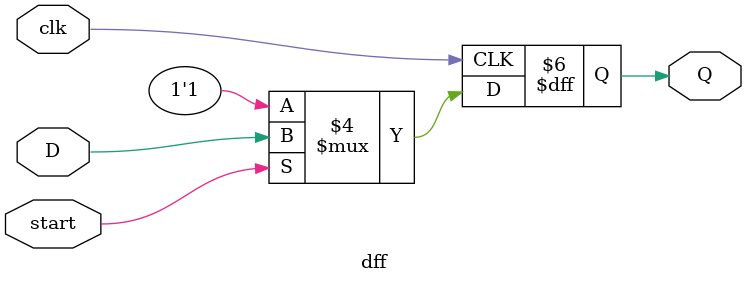
<source format=v>
`timescale 1ns / 1ps
module dff ( D, Q, clk, start );
	input D,clk,start;
	output Q;
	reg Q;
	
	always @ (posedge clk)
	begin
		if (start == 1'b0)
			Q <= 1'b1;
		else
			Q <= D;
	end
	
endmodule

</source>
